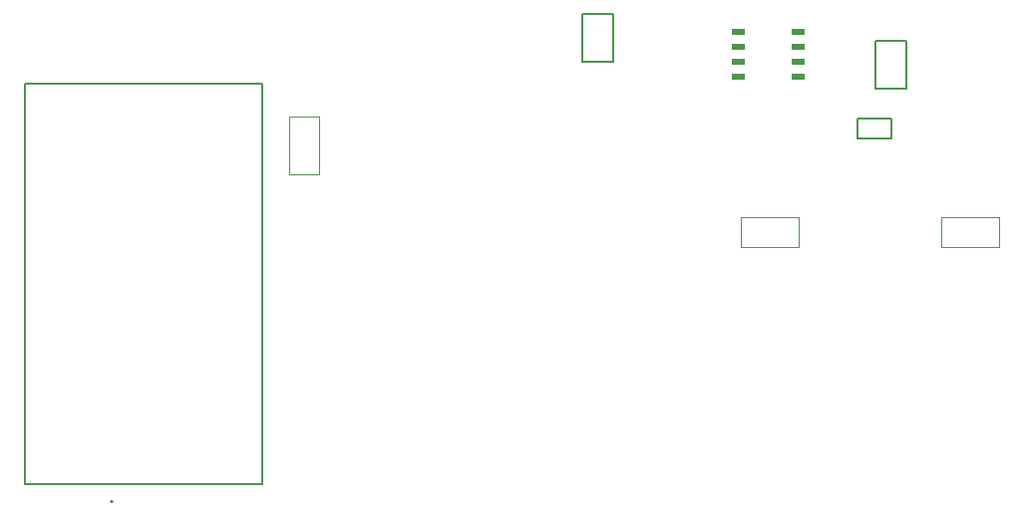
<source format=gbr>
G04*
G04 #@! TF.GenerationSoftware,Altium Limited,Altium Designer,25.0.2 (28)*
G04*
G04 Layer_Color=16711935*
%FSTAX25Y25*%
%MOIN*%
G70*
G04*
G04 #@! TF.SameCoordinates,1D9F657F-D979-4B8D-A71A-BEDC461EC683*
G04*
G04*
G04 #@! TF.FilePolarity,Positive*
G04*
G01*
G75*
%ADD11C,0.00500*%
%ADD13C,0.00787*%
%ADD15C,0.00600*%
%ADD17C,0.00591*%
%ADD76C,0.00394*%
G36*
X0247685Y0207031D02*
Y0205031D01*
X0243354Y0205031D01*
X0243354Y0207031D01*
X0247685Y0207031D01*
D02*
G37*
G36*
X0247685Y0212032D02*
X0247685Y0210032D01*
X0243354Y0210032D01*
X0243354Y0212032D01*
X0247685D01*
D02*
G37*
G36*
X0247685Y0217032D02*
X0247685Y0215032D01*
X0243354D01*
Y0217032D01*
X0247685Y0217032D01*
D02*
G37*
G36*
Y0222031D02*
Y0220031D01*
X0243354Y0220031D01*
X0243354Y0222031D01*
X0247685Y0222031D01*
D02*
G37*
G36*
X0267764Y0207031D02*
Y0205031D01*
X0263433Y0205031D01*
Y0207031D01*
X0267764Y0207031D01*
D02*
G37*
G36*
X0267759Y0212032D02*
Y0210032D01*
X0263433D01*
Y0212032D01*
X0267759D01*
D02*
G37*
G36*
X0267659Y0217032D02*
X0267659Y0215032D01*
X0263433D01*
Y0217032D01*
X0267659D01*
D02*
G37*
G36*
X0267759Y0222031D02*
Y0220031D01*
X0263433D01*
Y0222031D01*
X0267759D01*
D02*
G37*
D11*
X0285429Y0185185D02*
Y0191878D01*
X0296689Y0191878D01*
Y0185185D02*
Y0191878D01*
X0285429Y0185185D02*
X0296689Y0185185D01*
D13*
X003648Y0063767D02*
G03*
X003648Y0063767I-0000394J0D01*
G01*
D15*
X0291459Y0202031D02*
Y0218032D01*
Y0202031D02*
X0301659D01*
Y0218032D01*
X0291459D02*
X0301659D01*
X0203659Y0211032D02*
Y0227031D01*
X0193459D02*
X0203659D01*
X0193459Y0211032D02*
Y0227031D01*
Y0211032D02*
X0203659D01*
D17*
X0086374Y0069532D02*
X0086374Y020339D01*
X000724Y0069532D02*
Y020339D01*
X0086374D01*
X000724Y0069532D02*
X0086374D01*
D76*
X0332929Y0149031D02*
Y0159031D01*
X0313441Y0149031D02*
X0332929Y0149031D01*
X0313441Y0149031D02*
Y0159031D01*
X0332929Y0159031D01*
X0095559Y019265D02*
X0095559Y0173161D01*
X0105559D01*
X0105559Y019265D01*
X0095559D02*
X0105559D01*
X0246441Y0159031D02*
X0265929Y0159031D01*
X0246441Y0149031D02*
Y0159031D01*
Y0149031D02*
X0265929Y0149031D01*
Y0159031D01*
M02*

</source>
